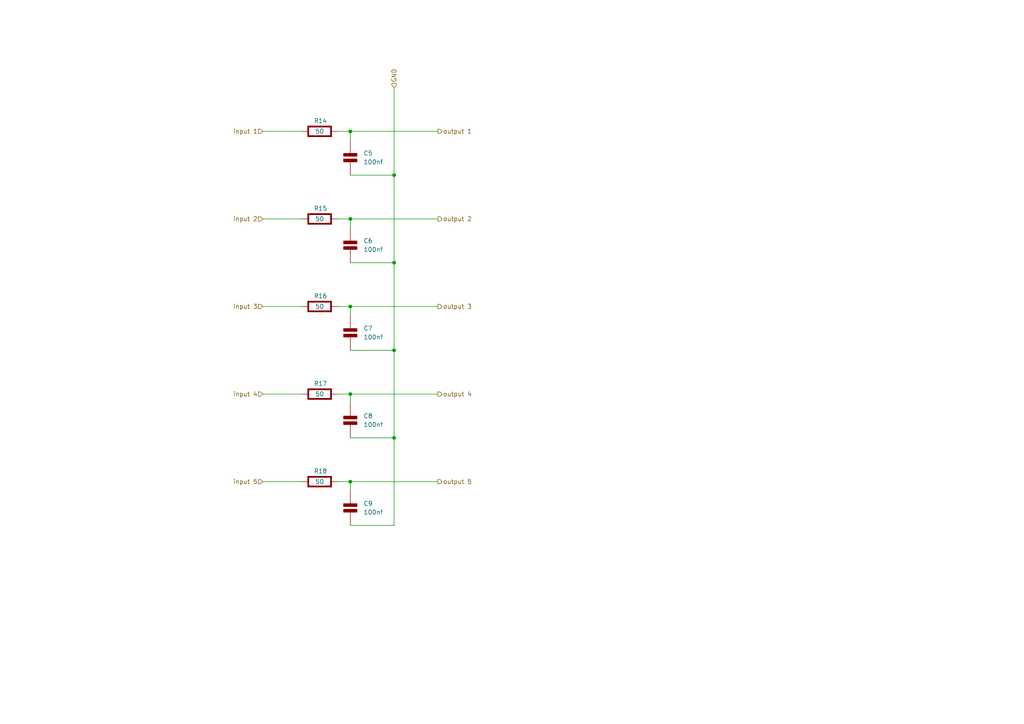
<source format=kicad_sch>
(kicad_sch (version 20250114) (generator "eeschema") (generator_version "9.0")
  (paper "A4")
  (lib_symbols
    (symbol "PCM_Elektuur:C" (pin_numbers (hide yes)) (pin_names (offset 0) (hide yes))
      (property "Reference" "C" (at 0.635 3.175 0))
      (property "Value" "C" (at 0.635 -3.175 0))
      (symbol "C_1_1"
        (rectangle (start -1.905 1.1938) (end 1.905 0.4318) (stroke (width 0.254)) (fill (type outline)))
        (rectangle (start -1.905 -0.4318) (end 1.905 -1.1938) (stroke (width 0.254)) (fill (type outline)))
        (pin passive line (at 0 5.08 270) (length 3.8862) (name "+") (number "1"))
        (pin passive line (at 0 -5.08 90) (length 3.8862) (name "-") (number "2"))
      )
      (symbol "C_1_2"
        (polyline (pts (xy -1.905 0.4318) (xy 1.905 0.4318) (xy 1.905 1.4986) (xy -1.905 1.4986) (xy -1.905 0.4318) (xy -1.8034 0.5334) (xy -1.8034 1.397) (xy 1.8034 1.397) (xy 1.8034 0.5334) (xy -1.8034 0.5334) (xy -1.905 0.4318)) (stroke (width 0.254)) (fill (type outline)))
        (polyline (pts (xy -1.905 -1.4986) (xy 1.905 -1.4986) (xy 1.905 -0.4318) (xy -1.905 -0.4318) (xy -1.905 -1.4986) (xy -1.8034 -1.397) (xy -1.8034 -0.5334) (xy 1.8034 -0.5334) (xy 1.8034 -1.397) (xy -1.8034 -1.397) (xy -1.905 -1.4986)) (stroke (width 0.254)) (fill (type outline)))
        (pin passive line (at 0 5.08 270) (length 3.5814) (name "+") (number "1"))
        (pin passive line (at 0 -5.08 90) (length 3.5814) (name "-") (number "2"))
      )
    )
    (symbol "PCM_Elektuur:R" (pin_numbers (hide yes)) (pin_names (offset 0) (hide yes))
      (property "Reference" "R" (at 2.54 3.175 0))
      (property "Value" "R" (at 0 0 90))
      (symbol "R_1_1"
        (polyline (pts (xy -1.524 -3.429) (xy 1.524 -3.429) (xy 1.524 3.429) (xy -1.524 3.429) (xy -1.524 -3.429) (xy -1.27 -3.175) (xy -1.27 3.175) (xy 1.27 3.175) (xy 1.27 -3.175) (xy -1.27 -3.175) (xy -1.524 -3.429)) (stroke (width 0.254)) (fill (type outline)))
        (pin passive line (at 0 5.08 270) (length 1.651) (name "+") (number "1"))
        (pin passive line (at 0 -5.08 90) (length 1.651) (name "-") (number "2"))
      )
      (symbol "R_1_2"
        (polyline (pts (xy -0.508 -3.429) (xy 1.524 -3.429) (xy 1.524 3.429) (xy -0.508 3.429) (xy -0.508 3.175) (xy 1.27 3.175) (xy 1.27 -3.175) (xy -0.508 -3.175) (xy -0.508 -3.429)) (stroke (width 0.254)) (fill (type outline)))
        (pin passive line (at 0 5.08 270) (length 1.651) (name "+") (number "1"))
        (pin passive line (at 0 -5.08 90) (length 1.651) (name "-") (number "2"))
      )
      (symbol "R_1_3"
        (polyline (pts (xy 0 3.4798) (xy 0 3.2004) (xy 0.7112 2.794) (xy -1.1938 1.6764) (xy 0.7112 0.5588) (xy -1.1938 -0.5588) (xy 0.7112 -1.6764) (xy -1.1938 -2.794) (xy 0 -3.4798) (xy 0 -3.2004) (xy -0.7112 -2.794) (xy 1.1938 -1.6764) (xy -0.7112 -0.5588) (xy 1.1938 0.5588) (xy -0.7112 1.6764) (xy 1.1938 2.794) (xy 0 3.4798)) (stroke (width 0.254)) (fill (type outline)))
        (pin passive line (at 0 5.08 270) (length 1.6002) (name "+") (number "1"))
        (pin passive line (at 0 -5.08 90) (length 1.6002) (name "-") (number "2"))
      )
      (symbol "R_1_4"
        (polyline (pts (xy 0 4.5466) (xy 0 4.2672) (xy 0.0508 4.2418) (xy 1.016 3.683) (xy -1.524 2.2098) (xy 1.016 0.7366) (xy -1.524 -0.7366) (xy 1.016 -2.2098) (xy -1.524 -3.683) (xy -0.0762 -4.5212) (xy 0 -4.5466) (xy 0 -4.2672) (xy -0.0508 -4.2418) (xy -1.016 -3.683) (xy 1.524 -2.2098) (xy -1.016 -0.7366) (xy 1.524 0.7366) (xy -1.016 2.2098) (xy 1.524 3.683) (xy 0.0762 4.5212) (xy 0 4.5466)) (stroke (width 0.254)) (fill (type outline)))
        (pin passive line (at 0 5.08 270) (length 0.5334) (name "+") (number "1"))
        (pin passive line (at 0 -5.08 90) (length 0.5334) (name "-") (number "2"))
      )
    )
  )
  (junction (at 114.3 50.8))
  (junction (at 101.6 139.7))
  (junction (at 114.3 101.6))
  (junction (at 101.6 38.1))
  (junction (at 114.3 76.2))
  (junction (at 101.6 88.9))
  (junction (at 101.6 63.5))
  (junction (at 114.3 127))
  (junction (at 101.6 114.3))
  (wire (pts (xy 97.79 139.7) (xy 101.6 139.7)))
  (wire (pts (xy 87.63 63.5) (xy 76.2 63.5)))
  (wire (pts (xy 114.3 50.8) (xy 114.3 76.2)) (stroke (width 0) (color 0 132 0 1)))
  (wire (pts (xy 114.3 101.6) (xy 114.3 127)) (stroke (width 0) (color 0 132 0 1)))
  (wire (pts (xy 114.3 152.4) (xy 101.6 152.4)) (stroke (width 0) (color 0 132 0 1)))
  (wire (pts (xy 101.6 88.9) (xy 127 88.9)))
  (wire (pts (xy 97.79 88.9) (xy 101.6 88.9)))
  (wire (pts (xy 101.6 114.3) (xy 127 114.3)))
  (wire (pts (xy 87.63 38.1) (xy 76.2 38.1)))
  (wire (pts (xy 101.6 142.24) (xy 101.6 139.7)))
  (wire (pts (xy 97.79 63.5) (xy 101.6 63.5)))
  (wire (pts (xy 114.3 76.2) (xy 114.3 101.6)) (stroke (width 0) (color 0 132 0 1)))
  (wire (pts (xy 87.63 139.7) (xy 76.2 139.7)))
  (wire (pts (xy 101.6 139.7) (xy 127 139.7)))
  (wire (pts (xy 114.3 101.6) (xy 101.6 101.6)) (stroke (width 0) (color 0 132 0 1)))
  (wire (pts (xy 101.6 38.1) (xy 127 38.1)))
  (wire (pts (xy 114.3 25.4) (xy 114.3 50.8)) (stroke (width 0) (color 0 132 0 1)))
  (wire (pts (xy 101.6 63.5) (xy 127 63.5)))
  (wire (pts (xy 101.6 91.44) (xy 101.6 88.9)))
  (wire (pts (xy 97.79 114.3) (xy 101.6 114.3)))
  (wire (pts (xy 87.63 88.9) (xy 76.2 88.9)))
  (wire (pts (xy 114.3 76.2) (xy 101.6 76.2)) (stroke (width 0) (color 0 132 0 1)))
  (wire (pts (xy 101.6 40.64) (xy 101.6 38.1)))
  (wire (pts (xy 97.79 38.1) (xy 101.6 38.1)))
  (wire (pts (xy 114.3 127) (xy 114.3 152.4)) (stroke (width 0) (color 0 132 0 1)))
  (wire (pts (xy 114.3 50.8) (xy 101.6 50.8)) (stroke (width 0) (color 0 132 0 1)))
  (wire (pts (xy 114.3 127) (xy 101.6 127)) (stroke (width 0) (color 0 132 0 1)))
  (wire (pts (xy 101.6 116.84) (xy 101.6 114.3)))
  (wire (pts (xy 101.6 66.04) (xy 101.6 63.5)))
  (wire (pts (xy 87.63 114.3) (xy 76.2 114.3)))
  (hierarchical_label "output 1" (shape output) (at 127 38.1 0))
  (hierarchical_label "input 3" (shape input) (at 76.2 88.9 180))
  (hierarchical_label "output 3" (shape output) (at 127 88.9 0))
  (hierarchical_label "input 4" (shape input) (at 76.2 114.3 180))
  (hierarchical_label "output 2" (shape output) (at 127 63.5 0))
  (hierarchical_label "GND" (shape input) (at 114.3 25.4 90))
  (hierarchical_label "input 2" (shape input) (at 76.2 63.5 180))
  (hierarchical_label "output 4" (shape output) (at 127 114.3 0))
  (hierarchical_label "input 1" (shape input) (at 76.2 38.1 180))
  (hierarchical_label "input 5" (shape input) (at 76.2 139.7 180))
  (hierarchical_label "output 5" (shape output) (at 127 139.7 0))
  (symbol (lib_id "PCM_Elektuur:R") (at 92.71 63.5 90) (unit 1)
    (property "Reference" "R15" (at 92.964 60.452 90))
    (property "Value" "50" (at 92.71 63.5 90))
    (property "Footprint" "Custom:R0805" (effects (hide yes)))
    (property "Description" "resistor" (effects (hide yes)))
    (property "Indicator" "+" (effects (hide yes)))
    (property "Rating" "W" (effects (hide yes)))
  )
  (symbol (lib_id "PCM_Elektuur:C") (at 101.6 45.72 0) (unit 1)
    (property "Reference" "C5" (at 105.41 44.4499 0) (effects (justify left)))
    (property "Value" "100nf" (at 105.41 46.9899 0) (effects (justify left)))
    (property "Footprint" "Keebio-Parts.pretty-master:C_0402" (effects (hide yes)))
    (property "Description" "capacitor, non-polarized/bipolar" (effects (hide yes)))
    (property "Indicator" "+" (effects (hide yes)))
    (property "Rating" "V" (effects (hide yes)))
  )
  (symbol (lib_id "PCM_Elektuur:R") (at 92.71 139.7 90) (unit 1)
    (property "Reference" "R18" (at 92.964 136.652 90))
    (property "Value" "50" (at 92.71 139.7 90))
    (property "Footprint" "Custom:R0805" (effects (hide yes)))
    (property "Description" "resistor" (effects (hide yes)))
    (property "Indicator" "+" (effects (hide yes)))
    (property "Rating" "W" (effects (hide yes)))
  )
  (symbol (lib_id "PCM_Elektuur:R") (at 92.71 38.1 90) (unit 1)
    (property "Reference" "R14" (at 92.964 35.052 90))
    (property "Value" "50" (at 92.71 38.1 90))
    (property "Footprint" "Custom:R0805" (effects (hide yes)))
    (property "Description" "resistor" (effects (hide yes)))
    (property "Indicator" "+" (effects (hide yes)))
    (property "Rating" "W" (effects (hide yes)))
  )
  (symbol (lib_id "PCM_Elektuur:C") (at 101.6 121.92 0) (unit 1)
    (property "Reference" "C8" (at 105.41 120.6499 0) (effects (justify left)))
    (property "Value" "100nf" (at 105.41 123.1899 0) (effects (justify left)))
    (property "Footprint" "Keebio-Parts.pretty-master:C_0402" (effects (hide yes)))
    (property "Description" "capacitor, non-polarized/bipolar" (effects (hide yes)))
    (property "Indicator" "+" (effects (hide yes)))
    (property "Rating" "V" (effects (hide yes)))
  )
  (symbol (lib_id "PCM_Elektuur:R") (at 92.71 114.3 90) (unit 1)
    (property "Reference" "R17" (at 92.964 111.252 90))
    (property "Value" "50" (at 92.71 114.3 90))
    (property "Footprint" "Custom:R0805" (effects (hide yes)))
    (property "Description" "resistor" (effects (hide yes)))
    (property "Indicator" "+" (effects (hide yes)))
    (property "Rating" "W" (effects (hide yes)))
  )
  (symbol (lib_id "PCM_Elektuur:C") (at 101.6 96.52 0) (unit 1)
    (property "Reference" "C7" (at 105.41 95.2499 0) (effects (justify left)))
    (property "Value" "100nf" (at 105.41 97.7899 0) (effects (justify left)))
    (property "Footprint" "Keebio-Parts.pretty-master:C_0402" (effects (hide yes)))
    (property "Description" "capacitor, non-polarized/bipolar" (effects (hide yes)))
    (property "Indicator" "+" (effects (hide yes)))
    (property "Rating" "V" (effects (hide yes)))
  )
  (symbol (lib_id "PCM_Elektuur:C") (at 101.6 147.32 0) (unit 1)
    (property "Reference" "C9" (at 105.41 146.0499 0) (effects (justify left)))
    (property "Value" "100nf" (at 105.41 148.5899 0) (effects (justify left)))
    (property "Footprint" "Keebio-Parts.pretty-master:C_0402" (effects (hide yes)))
    (property "Description" "capacitor, non-polarized/bipolar" (effects (hide yes)))
    (property "Indicator" "+" (effects (hide yes)))
    (property "Rating" "V" (effects (hide yes)))
  )
  (symbol (lib_id "PCM_Elektuur:R") (at 92.71 88.9 90) (unit 1)
    (property "Reference" "R16" (at 92.964 85.852 90))
    (property "Value" "50" (at 92.71 88.9 90))
    (property "Footprint" "Custom:R0805" (effects (hide yes)))
    (property "Description" "resistor" (effects (hide yes)))
    (property "Indicator" "+" (effects (hide yes)))
    (property "Rating" "W" (effects (hide yes)))
  )
  (symbol (lib_id "PCM_Elektuur:C") (at 101.6 71.12 0) (unit 1)
    (property "Reference" "C6" (at 105.41 69.8499 0) (effects (justify left)))
    (property "Value" "100nf" (at 105.41 72.3899 0) (effects (justify left)))
    (property "Footprint" "Keebio-Parts.pretty-master:C_0402" (effects (hide yes)))
    (property "Description" "capacitor, non-polarized/bipolar" (effects (hide yes)))
    (property "Indicator" "+" (effects (hide yes)))
    (property "Rating" "V" (effects (hide yes)))
  )
)
</source>
